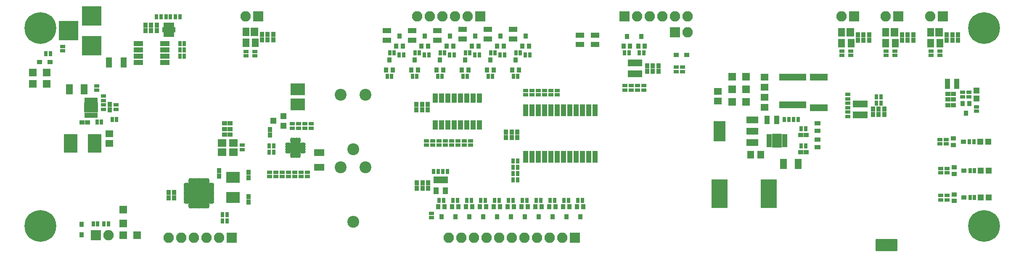
<source format=gts>
G04 #@! TF.FileFunction,Soldermask,Top*
%FSLAX46Y46*%
G04 Gerber Fmt 4.6, Leading zero omitted, Abs format (unit mm)*
G04 Created by KiCad (PCBNEW 4.0.5) date Sunday, August 20, 2017 'PMt' 09:04:34 PM*
%MOMM*%
%LPD*%
G01*
G04 APERTURE LIST*
%ADD10C,0.100000*%
%ADD11C,6.400000*%
%ADD12C,1.000000*%
%ADD13R,0.900000X1.000000*%
%ADD14R,1.000000X0.900000*%
%ADD15R,1.400000X2.000000*%
%ADD16R,1.650000X1.400000*%
%ADD17R,5.400000X1.400000*%
%ADD18R,1.400000X1.650000*%
%ADD19R,2.900000X2.350000*%
%ADD20R,2.000000X1.400000*%
%ADD21C,2.400000*%
%ADD22R,1.500000X1.500000*%
%ADD23R,1.000000X0.850000*%
%ADD24R,1.200000X1.200000*%
%ADD25R,0.850000X1.000000*%
%ADD26R,1.300000X2.100000*%
%ADD27R,3.900000X3.900000*%
%ADD28R,2.100000X2.100000*%
%ADD29O,2.100000X2.100000*%
%ADD30R,2.813000X3.829000*%
%ADD31R,3.300000X5.800000*%
%ADD32R,1.000000X0.800000*%
%ADD33R,1.950000X1.000000*%
%ADD34R,2.432000X4.057600*%
%ADD35R,2.432000X1.416000*%
%ADD36R,1.300000X1.200000*%
%ADD37R,0.850000X1.100000*%
%ADD38R,1.100000X0.850000*%
%ADD39R,0.800000X1.000000*%
%ADD40R,3.600000X1.400000*%
%ADD41R,1.100000X1.700000*%
%ADD42R,1.300000X0.900000*%
%ADD43R,1.700000X1.100000*%
%ADD44R,0.650000X1.100000*%
%ADD45R,1.500000X1.010000*%
%ADD46R,0.700000X1.050000*%
%ADD47R,1.640000X1.175000*%
%ADD48R,1.050000X0.700000*%
%ADD49R,1.175000X1.640000*%
%ADD50R,1.050000X1.460000*%
%ADD51O,1.250000X0.600000*%
%ADD52O,0.600000X1.250000*%
%ADD53R,2.200000X2.200000*%
%ADD54R,1.000000X2.400000*%
%ADD55O,0.700000X1.150000*%
%ADD56O,1.150000X0.700000*%
%ADD57R,1.300000X1.300000*%
%ADD58R,1.000000X1.900000*%
%ADD59R,1.600000X1.800000*%
%ADD60R,1.400000X1.800000*%
%ADD61R,1.050000X0.800000*%
%ADD62R,1.700000X1.500000*%
%ADD63R,2.800000X2.300000*%
%ADD64C,0.254000*%
G04 APERTURE END LIST*
D10*
D11*
X233760000Y-68627000D03*
D12*
X231510000Y-68627000D03*
X232169010Y-67036010D03*
X233760000Y-66377000D03*
X235350990Y-67036010D03*
X236010000Y-68627000D03*
X235350990Y-70217990D03*
X233760000Y-70877000D03*
X232169010Y-70217990D03*
D13*
X67224000Y-68044000D03*
X67224000Y-69144000D03*
X66081000Y-68044000D03*
X66081000Y-69144000D03*
X64938000Y-68044000D03*
X64938000Y-69144000D03*
D14*
X53287000Y-87715000D03*
X52187000Y-87715000D03*
D15*
X52586000Y-80984000D03*
X49586000Y-80984000D03*
D16*
X57658000Y-91932000D03*
X57658000Y-89932000D03*
D13*
X57785000Y-85132000D03*
X57785000Y-84032000D03*
D16*
X180149500Y-81381000D03*
X180149500Y-83381000D03*
X189547500Y-78565500D03*
X189547500Y-80565500D03*
D17*
X195231000Y-78565000D03*
X195231000Y-84165000D03*
D16*
X189547500Y-82629500D03*
X189547500Y-84629500D03*
D15*
X193381500Y-96075500D03*
X196381500Y-96075500D03*
D14*
X196871500Y-90233500D03*
X197971500Y-90233500D03*
D18*
X188769500Y-94170500D03*
X186769500Y-94170500D03*
D14*
X197971500Y-93662500D03*
X196871500Y-93662500D03*
D13*
X211391500Y-86084500D03*
X211391500Y-84984500D03*
X212534500Y-86084500D03*
X212534500Y-84984500D03*
X213677500Y-86084500D03*
X213677500Y-84984500D03*
X70739000Y-102912000D03*
X70739000Y-101812000D03*
X79756000Y-98552000D03*
X79756000Y-97452000D03*
X69596000Y-102912000D03*
X69596000Y-101812000D03*
X85725000Y-98848000D03*
X85725000Y-97748000D03*
X85725000Y-102701000D03*
X85725000Y-103801000D03*
X137541000Y-89620000D03*
X137541000Y-90720000D03*
X138684000Y-89620000D03*
X138684000Y-90720000D03*
X139827000Y-89620000D03*
X139827000Y-90720000D03*
D19*
X95631000Y-84075000D03*
X95631000Y-81025000D03*
D13*
X90043000Y-89112000D03*
X90043000Y-90212000D03*
D20*
X99949000Y-93750000D03*
X99949000Y-96750000D03*
D21*
X106730800Y-93091000D03*
X104230800Y-82091000D03*
X109230800Y-82091000D03*
X106730800Y-107735000D03*
X104230800Y-96735000D03*
X109230800Y-96735000D03*
D13*
X119507000Y-84032000D03*
X119507000Y-85132000D03*
X120650000Y-84032000D03*
X120650000Y-85132000D03*
X121793000Y-84032000D03*
X121793000Y-85132000D03*
X121856500Y-100943500D03*
X121856500Y-99843500D03*
X120713500Y-100943500D03*
X120713500Y-99843500D03*
X119570500Y-100943500D03*
X119570500Y-99843500D03*
X165925500Y-76221500D03*
X165925500Y-77321500D03*
X167068500Y-76221500D03*
X167068500Y-77321500D03*
X168211500Y-76221500D03*
X168211500Y-77321500D03*
X88392000Y-71035000D03*
X88392000Y-69935000D03*
X89535000Y-71035000D03*
X89535000Y-69935000D03*
X90678000Y-71035000D03*
X90678000Y-69935000D03*
D14*
X227626000Y-81915000D03*
X226526000Y-81915000D03*
X227626000Y-83058000D03*
X226526000Y-83058000D03*
X227626000Y-84201000D03*
X226526000Y-84201000D03*
D13*
X228536500Y-71098500D03*
X228536500Y-69998500D03*
X227393500Y-71098500D03*
X227393500Y-69998500D03*
X226250500Y-71098500D03*
X226250500Y-69998500D03*
X217233500Y-71098500D03*
X217233500Y-69998500D03*
X218376500Y-71098500D03*
X218376500Y-69998500D03*
X219519500Y-71098500D03*
X219519500Y-69998500D03*
X210629500Y-71098500D03*
X210629500Y-69998500D03*
X209486500Y-71098500D03*
X209486500Y-69998500D03*
X208343500Y-71098500D03*
X208343500Y-69998500D03*
D14*
X81957000Y-90170000D03*
X80857000Y-90170000D03*
X81957000Y-89027000D03*
X80857000Y-89027000D03*
X81957000Y-87884000D03*
X80857000Y-87884000D03*
D22*
X42274000Y-79924000D03*
X45074000Y-79924000D03*
X45074000Y-77638000D03*
X42274000Y-77638000D03*
D23*
X43640000Y-75479000D03*
X45740000Y-75479000D03*
D22*
X185867500Y-78422500D03*
X183067500Y-78422500D03*
X183067500Y-80962500D03*
X185867500Y-80962500D03*
X185867500Y-83502500D03*
X183067500Y-83502500D03*
D24*
X232283000Y-81242000D03*
X232283000Y-82842000D03*
X234607000Y-91567000D03*
X233007000Y-91567000D03*
X234734000Y-97409000D03*
X233134000Y-97409000D03*
D22*
X60452000Y-105280000D03*
X60452000Y-108080000D03*
X60449000Y-110490000D03*
X63249000Y-110490000D03*
D25*
X52070000Y-108297000D03*
X52070000Y-110397000D03*
D24*
X234734000Y-102870000D03*
X233134000Y-102870000D03*
D23*
X173897000Y-74041000D03*
X171797000Y-74041000D03*
D26*
X57605000Y-75565000D03*
X60505000Y-75565000D03*
D27*
X54143000Y-72150000D03*
X54143000Y-66150000D03*
X49443000Y-69150000D03*
D28*
X82296000Y-110998000D03*
D29*
X79756000Y-110998000D03*
X77216000Y-110998000D03*
X74676000Y-110998000D03*
X72136000Y-110998000D03*
X69596000Y-110998000D03*
D28*
X87630000Y-66294000D03*
D29*
X85090000Y-66294000D03*
D28*
X225488500Y-66294000D03*
D29*
X222948500Y-66294000D03*
D28*
X216471500Y-66294000D03*
D29*
X213931500Y-66294000D03*
D28*
X207581500Y-66294000D03*
D29*
X205041500Y-66294000D03*
D28*
X151384000Y-110998000D03*
D29*
X148844000Y-110998000D03*
X146304000Y-110998000D03*
X143764000Y-110998000D03*
X141224000Y-110998000D03*
X138684000Y-110998000D03*
X136144000Y-110998000D03*
X133604000Y-110998000D03*
X131064000Y-110998000D03*
X128524000Y-110998000D03*
X125984000Y-110998000D03*
D28*
X132334000Y-66294000D03*
D29*
X129794000Y-66294000D03*
X127254000Y-66294000D03*
X124714000Y-66294000D03*
X122174000Y-66294000D03*
X119634000Y-66294000D03*
D28*
X161417000Y-66294000D03*
D29*
X163957000Y-66294000D03*
X166497000Y-66294000D03*
X169037000Y-66294000D03*
X171577000Y-66294000D03*
X174117000Y-66294000D03*
D28*
X54991000Y-110490000D03*
D29*
X57531000Y-110490000D03*
D28*
X171577000Y-69469000D03*
D29*
X174117000Y-69469000D03*
D30*
X49911000Y-91948000D03*
X54737000Y-91948000D03*
D31*
X190433500Y-102044500D03*
X180533500Y-102044500D03*
D32*
X84455000Y-92260000D03*
X84455000Y-93160000D03*
D33*
X68867000Y-75565000D03*
X68867000Y-74295000D03*
X68867000Y-73025000D03*
X68867000Y-71755000D03*
X63467000Y-71755000D03*
X63467000Y-73025000D03*
X63467000Y-74295000D03*
X63467000Y-75565000D03*
D34*
X180530500Y-89471500D03*
D35*
X187134500Y-89471500D03*
X187134500Y-87185500D03*
X187134500Y-91757500D03*
D36*
X92694000Y-88326000D03*
X92694000Y-86426000D03*
X90694000Y-87376000D03*
D37*
X153113500Y-104727500D03*
X151813500Y-104727500D03*
X152463500Y-106727500D03*
X150319500Y-104727500D03*
X149019500Y-104727500D03*
X149669500Y-106727500D03*
X125173500Y-104727500D03*
X123873500Y-104727500D03*
X124523500Y-106727500D03*
X147525500Y-104727500D03*
X146225500Y-104727500D03*
X146875500Y-106727500D03*
X144731500Y-104727500D03*
X143431500Y-104727500D03*
X144081500Y-106727500D03*
X141937500Y-104727500D03*
X140637500Y-104727500D03*
X141287500Y-106727500D03*
X139143500Y-104727500D03*
X137843500Y-104727500D03*
X138493500Y-106727500D03*
X136349500Y-104727500D03*
X135049500Y-104727500D03*
X135699500Y-106727500D03*
X133555500Y-104727500D03*
X132255500Y-104727500D03*
X132905500Y-106727500D03*
X130761500Y-104727500D03*
X129461500Y-104727500D03*
X130111500Y-106727500D03*
X127967500Y-104727500D03*
X126667500Y-104727500D03*
X127317500Y-106727500D03*
X115428000Y-72247000D03*
X116728000Y-72247000D03*
X116078000Y-70247000D03*
X120508000Y-72247000D03*
X121808000Y-72247000D03*
X121158000Y-70247000D03*
X113396000Y-77073000D03*
X114696000Y-77073000D03*
X114046000Y-75073000D03*
X118476000Y-77073000D03*
X119776000Y-77073000D03*
X119126000Y-75073000D03*
X125588000Y-72247000D03*
X126888000Y-72247000D03*
X126238000Y-70247000D03*
X130668000Y-72247000D03*
X131968000Y-72247000D03*
X131318000Y-70247000D03*
X123556000Y-77073000D03*
X124856000Y-77073000D03*
X124206000Y-75073000D03*
X128636000Y-77073000D03*
X129936000Y-77073000D03*
X129286000Y-75073000D03*
X135748000Y-72247000D03*
X137048000Y-72247000D03*
X136398000Y-70247000D03*
X140828000Y-72247000D03*
X142128000Y-72247000D03*
X141478000Y-70247000D03*
X133716000Y-77073000D03*
X135016000Y-77073000D03*
X134366000Y-75073000D03*
X138796000Y-77073000D03*
X140096000Y-77073000D03*
X139446000Y-75073000D03*
X161211500Y-72310500D03*
X162511500Y-72310500D03*
X161861500Y-70310500D03*
X164132500Y-72310500D03*
X165432500Y-72310500D03*
X164782500Y-70310500D03*
X230774000Y-83836000D03*
X229474000Y-83836000D03*
X230124000Y-85836000D03*
D38*
X227600000Y-90917000D03*
X227600000Y-92217000D03*
X229600000Y-91567000D03*
X227727000Y-96759000D03*
X227727000Y-98059000D03*
X229727000Y-97409000D03*
X227727000Y-102220000D03*
X227727000Y-103520000D03*
X229727000Y-102870000D03*
D39*
X72754000Y-71769000D03*
X71854000Y-71769000D03*
X71854000Y-74309000D03*
X72754000Y-74309000D03*
X67155000Y-66308000D03*
X68055000Y-66308000D03*
X71854000Y-73039000D03*
X72754000Y-73039000D03*
X69060000Y-66308000D03*
X69960000Y-66308000D03*
X70965000Y-66308000D03*
X71865000Y-66308000D03*
X44875000Y-73828000D03*
X45775000Y-73828000D03*
D32*
X48260000Y-72321000D03*
X48260000Y-73221000D03*
X59055000Y-84132000D03*
X59055000Y-85032000D03*
D39*
X59124000Y-87122000D03*
X58224000Y-87122000D03*
D32*
X56515000Y-85032000D03*
X56515000Y-84132000D03*
X55150000Y-80280000D03*
X55150000Y-81180000D03*
X56515000Y-83254000D03*
X56515000Y-82354000D03*
D39*
X55176000Y-87630000D03*
X56076000Y-87630000D03*
D40*
X200469500Y-78497500D03*
X200469500Y-84697500D03*
D39*
X196347500Y-87058500D03*
X195447500Y-87058500D03*
X194442500Y-87058500D03*
X193542500Y-87058500D03*
D41*
X190121500Y-87185500D03*
X192021500Y-87185500D03*
D42*
X200215500Y-87832500D03*
X200215500Y-89332500D03*
D39*
X196971500Y-88963500D03*
X197871500Y-88963500D03*
D42*
X200215500Y-91134500D03*
X200215500Y-92634500D03*
D39*
X196971500Y-92392500D03*
X197871500Y-92392500D03*
X212984500Y-83756500D03*
X212084500Y-83756500D03*
D32*
X206311500Y-82036500D03*
X206311500Y-82936500D03*
X206311500Y-83814500D03*
X206311500Y-84714500D03*
X206311500Y-85592500D03*
X206311500Y-86492500D03*
D39*
X212084500Y-82486500D03*
X212984500Y-82486500D03*
X80449000Y-106299000D03*
X81349000Y-106299000D03*
X80449000Y-107569000D03*
X81349000Y-107569000D03*
D32*
X141478000Y-81211000D03*
X141478000Y-82111000D03*
X142748000Y-82111000D03*
X142748000Y-81211000D03*
D39*
X139835200Y-96750800D03*
X138935200Y-96750800D03*
X139835200Y-99290800D03*
X138935200Y-99290800D03*
D32*
X147828000Y-82111000D03*
X147828000Y-81211000D03*
X145288000Y-82111000D03*
X145288000Y-81211000D03*
X144018000Y-82111000D03*
X144018000Y-81211000D03*
X146558000Y-82111000D03*
X146558000Y-81211000D03*
D39*
X139835200Y-98020800D03*
X138935200Y-98020800D03*
X139835200Y-95480800D03*
X138935200Y-95480800D03*
D32*
X95758000Y-87942000D03*
X95758000Y-88842000D03*
D39*
X89847000Y-92456000D03*
X90747000Y-92456000D03*
D32*
X94488000Y-88842000D03*
X94488000Y-87942000D03*
D39*
X90747000Y-93726000D03*
X89847000Y-93726000D03*
D32*
X91186000Y-98621000D03*
X91186000Y-97721000D03*
X97028000Y-87942000D03*
X97028000Y-88842000D03*
X97536000Y-98621000D03*
X97536000Y-97721000D03*
X98298000Y-88842000D03*
X98298000Y-87942000D03*
X94996000Y-98621000D03*
X94996000Y-97721000D03*
X96266000Y-97721000D03*
X96266000Y-98621000D03*
X93726000Y-97721000D03*
X93726000Y-98621000D03*
X89916000Y-97721000D03*
X89916000Y-98621000D03*
X92456000Y-97721000D03*
X92456000Y-98621000D03*
X129159000Y-92271000D03*
X129159000Y-91371000D03*
X122809000Y-91371000D03*
X122809000Y-92271000D03*
X125349000Y-91371000D03*
X125349000Y-92271000D03*
X127889000Y-91371000D03*
X127889000Y-92271000D03*
X130429000Y-91371000D03*
X130429000Y-92271000D03*
X126619000Y-91371000D03*
X126619000Y-92271000D03*
X124079000Y-91371000D03*
X124079000Y-92271000D03*
X121539000Y-91371000D03*
X121539000Y-92271000D03*
D39*
X152013500Y-103441500D03*
X152913500Y-103441500D03*
X149219500Y-103441500D03*
X150119500Y-103441500D03*
D32*
X122491500Y-106939500D03*
X122491500Y-106039500D03*
D39*
X124835500Y-97599500D03*
X125735500Y-97599500D03*
X124073500Y-103441500D03*
X124973500Y-103441500D03*
X146425500Y-103441500D03*
X147325500Y-103441500D03*
X143631500Y-103441500D03*
X144531500Y-103441500D03*
X123830500Y-97599500D03*
X122930500Y-97599500D03*
X140837500Y-103441500D03*
X141737500Y-103441500D03*
X138043500Y-103441500D03*
X138943500Y-103441500D03*
X135249500Y-103441500D03*
X136149500Y-103441500D03*
X132455500Y-103441500D03*
X133355500Y-103441500D03*
X129661500Y-103441500D03*
X130561500Y-103441500D03*
X126867500Y-103441500D03*
X127767500Y-103441500D03*
X116009000Y-74041000D03*
X116909000Y-74041000D03*
X121089000Y-74041000D03*
X121989000Y-74041000D03*
X114104000Y-73660000D03*
X115004000Y-73660000D03*
X119184000Y-73660000D03*
X120084000Y-73660000D03*
X114496000Y-78359000D03*
X113596000Y-78359000D03*
X119576000Y-78359000D03*
X118676000Y-78359000D03*
D43*
X113538000Y-69154000D03*
X113538000Y-71054000D03*
X118618000Y-69154000D03*
X118618000Y-71054000D03*
D39*
X126169000Y-74041000D03*
X127069000Y-74041000D03*
X131249000Y-74041000D03*
X132149000Y-74041000D03*
X124264000Y-73660000D03*
X125164000Y-73660000D03*
X129344000Y-73660000D03*
X130244000Y-73660000D03*
X124656000Y-78359000D03*
X123756000Y-78359000D03*
X129736000Y-78359000D03*
X128836000Y-78359000D03*
D43*
X123698000Y-69154000D03*
X123698000Y-71054000D03*
X128778000Y-68900000D03*
X128778000Y-70800000D03*
D39*
X136329000Y-74041000D03*
X137229000Y-74041000D03*
X141409000Y-74041000D03*
X142309000Y-74041000D03*
X134424000Y-73660000D03*
X135324000Y-73660000D03*
X139504000Y-73660000D03*
X140404000Y-73660000D03*
X134816000Y-78359000D03*
X133916000Y-78359000D03*
X139896000Y-78359000D03*
X138996000Y-78359000D03*
D43*
X133858000Y-68900000D03*
X133858000Y-70800000D03*
X138938000Y-68900000D03*
X138938000Y-70800000D03*
D32*
X161480500Y-80258500D03*
X161480500Y-81158500D03*
D39*
X162311500Y-73596500D03*
X161411500Y-73596500D03*
D32*
X162750500Y-80258500D03*
X162750500Y-81158500D03*
X165290500Y-80258500D03*
X165290500Y-81158500D03*
D39*
X165232500Y-73596500D03*
X164332500Y-73596500D03*
D32*
X164020500Y-80258500D03*
X164020500Y-81158500D03*
X86995000Y-73337000D03*
X86995000Y-74237000D03*
X85217000Y-73337000D03*
X85217000Y-74237000D03*
X232283000Y-84513000D03*
X232283000Y-85413000D03*
X229489000Y-81592000D03*
X229489000Y-82492000D03*
X230759000Y-82492000D03*
X230759000Y-81592000D03*
D39*
X54414000Y-108204000D03*
X55314000Y-108204000D03*
X56573000Y-108204000D03*
X57473000Y-108204000D03*
X231717000Y-91567000D03*
X230817000Y-91567000D03*
X231844000Y-97409000D03*
X230944000Y-97409000D03*
D32*
X224917000Y-92017000D03*
X224917000Y-91117000D03*
X225044000Y-97859000D03*
X225044000Y-96959000D03*
X226187000Y-91117000D03*
X226187000Y-92017000D03*
X226314000Y-96959000D03*
X226314000Y-97859000D03*
D39*
X231844000Y-102870000D03*
X230944000Y-102870000D03*
D32*
X225044000Y-103320000D03*
X225044000Y-102420000D03*
X226314000Y-102420000D03*
X226314000Y-103320000D03*
X224853500Y-73273500D03*
X224853500Y-74173500D03*
X223075500Y-73273500D03*
X223075500Y-74173500D03*
X215836500Y-73273500D03*
X215836500Y-74173500D03*
X214058500Y-73273500D03*
X214058500Y-74173500D03*
X206946500Y-73273500D03*
X206946500Y-74173500D03*
X205168500Y-73273500D03*
X205168500Y-74173500D03*
X173101000Y-77412000D03*
X173101000Y-76512000D03*
D43*
X155448000Y-71943000D03*
X155448000Y-70043000D03*
X152400000Y-71943000D03*
X152400000Y-70043000D03*
D32*
X171831000Y-77412000D03*
X171831000Y-76512000D03*
D44*
X70387000Y-68050000D03*
X69887000Y-68050000D03*
X69387000Y-68050000D03*
X68887000Y-68050000D03*
X68887000Y-69900000D03*
X69387000Y-69900000D03*
X69887000Y-69900000D03*
X70387000Y-69900000D03*
D45*
X69087000Y-68975000D03*
X70187000Y-68975000D03*
D46*
X54975000Y-83159000D03*
X54475000Y-83159000D03*
X53975000Y-83159000D03*
X53475000Y-83159000D03*
X52975000Y-83159000D03*
X52975000Y-86259000D03*
X53475000Y-86259000D03*
X53975000Y-86259000D03*
X54475000Y-86259000D03*
X54975000Y-86259000D03*
D47*
X53355000Y-85096500D03*
X54595000Y-85096500D03*
X53355000Y-84321500D03*
X54595000Y-84321500D03*
D48*
X193637500Y-92376500D03*
X193637500Y-91876500D03*
X193637500Y-91376500D03*
X193637500Y-90876500D03*
X193637500Y-90376500D03*
X190537500Y-90376500D03*
X190537500Y-90876500D03*
X190537500Y-91376500D03*
X190537500Y-91876500D03*
X190537500Y-92376500D03*
D49*
X191700000Y-90756500D03*
X191700000Y-91996500D03*
X192475000Y-90756500D03*
X192475000Y-91996500D03*
D50*
X209801500Y-83926500D03*
X208851500Y-83926500D03*
X207901500Y-83926500D03*
X207901500Y-86126500D03*
X209801500Y-86126500D03*
X208851500Y-86126500D03*
D51*
X73242000Y-100181000D03*
X73242000Y-100581000D03*
X73242000Y-100981000D03*
X73242000Y-101381000D03*
X73242000Y-101781000D03*
X73242000Y-102181000D03*
X73242000Y-102581000D03*
X73242000Y-102981000D03*
X73242000Y-103381000D03*
X73242000Y-103781000D03*
D52*
X73892000Y-104431000D03*
X74292000Y-104431000D03*
X74692000Y-104431000D03*
X75092000Y-104431000D03*
X75492000Y-104431000D03*
X75892000Y-104431000D03*
X76292000Y-104431000D03*
X76692000Y-104431000D03*
X77092000Y-104431000D03*
X77492000Y-104431000D03*
D51*
X78142000Y-103781000D03*
X78142000Y-103381000D03*
X78142000Y-102981000D03*
X78142000Y-102581000D03*
X78142000Y-102181000D03*
X78142000Y-101781000D03*
X78142000Y-101381000D03*
X78142000Y-100981000D03*
X78142000Y-100581000D03*
X78142000Y-100181000D03*
D52*
X77492000Y-99531000D03*
X77092000Y-99531000D03*
X76692000Y-99531000D03*
X76292000Y-99531000D03*
X75892000Y-99531000D03*
X75492000Y-99531000D03*
X75092000Y-99531000D03*
X74692000Y-99531000D03*
X74292000Y-99531000D03*
X73892000Y-99531000D03*
D53*
X76592000Y-102881000D03*
X76592000Y-101081000D03*
X74792000Y-102881000D03*
X74792000Y-101081000D03*
D54*
X141478000Y-94616000D03*
X142748000Y-94616000D03*
X144018000Y-94616000D03*
X145288000Y-94616000D03*
X146558000Y-94616000D03*
X147828000Y-94616000D03*
X149098000Y-94616000D03*
X150368000Y-94616000D03*
X151638000Y-94616000D03*
X152908000Y-94616000D03*
X154178000Y-94616000D03*
X155448000Y-94616000D03*
X155448000Y-85216000D03*
X154178000Y-85216000D03*
X152908000Y-85216000D03*
X151638000Y-85216000D03*
X150368000Y-85216000D03*
X149098000Y-85216000D03*
X147828000Y-85216000D03*
X146558000Y-85216000D03*
X145288000Y-85216000D03*
X144018000Y-85216000D03*
X142748000Y-85216000D03*
X141478000Y-85216000D03*
D55*
X95873000Y-91362000D03*
X95373000Y-91362000D03*
X94873000Y-91362000D03*
X94373000Y-91362000D03*
D56*
X93648000Y-92087000D03*
X93648000Y-92587000D03*
X93648000Y-93087000D03*
X93648000Y-93587000D03*
D55*
X94373000Y-94312000D03*
X94873000Y-94312000D03*
X95373000Y-94312000D03*
X95873000Y-94312000D03*
D56*
X96598000Y-93587000D03*
X96598000Y-93087000D03*
X96598000Y-92587000D03*
X96598000Y-92087000D03*
D57*
X94673000Y-93287000D03*
X95573000Y-93287000D03*
X94673000Y-92387000D03*
X95573000Y-92387000D03*
D58*
X123317000Y-88171000D03*
X124587000Y-88171000D03*
X125857000Y-88171000D03*
X127127000Y-88171000D03*
X128397000Y-88171000D03*
X129667000Y-88171000D03*
X130937000Y-88171000D03*
X132207000Y-88171000D03*
X132207000Y-82771000D03*
X130937000Y-82771000D03*
X129667000Y-82771000D03*
X128397000Y-82771000D03*
X127127000Y-82771000D03*
X125857000Y-82771000D03*
X124587000Y-82771000D03*
X123317000Y-82771000D03*
D50*
X125346500Y-99293500D03*
X124396500Y-99293500D03*
X123446500Y-99293500D03*
X123446500Y-101493500D03*
X125346500Y-101493500D03*
X162562500Y-77871500D03*
X163512500Y-77871500D03*
X164462500Y-77871500D03*
X164462500Y-75671500D03*
X162562500Y-75671500D03*
X163512500Y-75671500D03*
D59*
X86876000Y-69385000D03*
D60*
X85156000Y-69385000D03*
X85156000Y-71585000D03*
X87056000Y-71585000D03*
D61*
X226380000Y-79233000D03*
X226380000Y-80533000D03*
X228280000Y-79883000D03*
X226380000Y-79883000D03*
X228280000Y-80533000D03*
X228280000Y-79233000D03*
D59*
X224734500Y-69448500D03*
D60*
X223014500Y-69448500D03*
X223014500Y-71648500D03*
X224914500Y-71648500D03*
D59*
X215717500Y-69448500D03*
D60*
X213997500Y-69448500D03*
X213997500Y-71648500D03*
X215897500Y-71648500D03*
D59*
X206827500Y-69448500D03*
D60*
X205107500Y-69448500D03*
X205107500Y-71648500D03*
X207007500Y-71648500D03*
D62*
X82627429Y-91828200D03*
X80327429Y-91828200D03*
X80327429Y-93728200D03*
X82627429Y-93728200D03*
D63*
X82575400Y-98737200D03*
X82575400Y-102837200D03*
D11*
X43760000Y-68627000D03*
D12*
X41510000Y-68627000D03*
X42169010Y-67036010D03*
X43760000Y-66377000D03*
X45350990Y-67036010D03*
X46010000Y-68627000D03*
X45350990Y-70217990D03*
X43760000Y-70877000D03*
X42169010Y-70217990D03*
D11*
X43760000Y-108627000D03*
D12*
X41510000Y-108627000D03*
X42169010Y-107036010D03*
X43760000Y-106377000D03*
X45350990Y-107036010D03*
X46010000Y-108627000D03*
X45350990Y-110217990D03*
X43760000Y-110877000D03*
X42169010Y-110217990D03*
D11*
X233760000Y-108627000D03*
D12*
X231510000Y-108627000D03*
X232169010Y-107036010D03*
X233760000Y-106377000D03*
X235350990Y-107036010D03*
X236010000Y-108627000D03*
X235350990Y-110217990D03*
X233760000Y-110877000D03*
X232169010Y-110217990D03*
D64*
G36*
X216186000Y-113496000D02*
X211995000Y-113496000D01*
X211995000Y-111337000D01*
X216186000Y-111337000D01*
X216186000Y-113496000D01*
X216186000Y-113496000D01*
G37*
X216186000Y-113496000D02*
X211995000Y-113496000D01*
X211995000Y-111337000D01*
X216186000Y-111337000D01*
X216186000Y-113496000D01*
M02*

</source>
